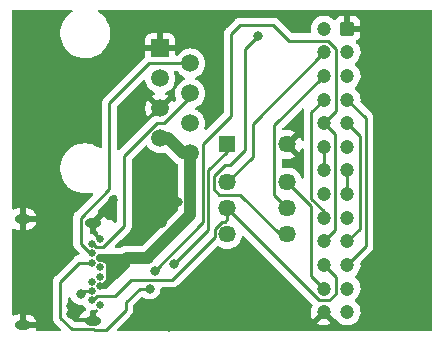
<source format=gbr>
%TF.GenerationSoftware,KiCad,Pcbnew,(6.0.5-0)*%
%TF.CreationDate,2022-06-12T16:17:49+02:00*%
%TF.ProjectId,Relay,52656c61-792e-46b6-9963-61645f706362,rev?*%
%TF.SameCoordinates,Original*%
%TF.FileFunction,Copper,L2,Bot*%
%TF.FilePolarity,Positive*%
%FSLAX46Y46*%
G04 Gerber Fmt 4.6, Leading zero omitted, Abs format (unit mm)*
G04 Created by KiCad (PCBNEW (6.0.5-0)) date 2022-06-12 16:17:49*
%MOMM*%
%LPD*%
G01*
G04 APERTURE LIST*
G04 Aperture macros list*
%AMRoundRect*
0 Rectangle with rounded corners*
0 $1 Rounding radius*
0 $2 $3 $4 $5 $6 $7 $8 $9 X,Y pos of 4 corners*
0 Add a 4 corners polygon primitive as box body*
4,1,4,$2,$3,$4,$5,$6,$7,$8,$9,$2,$3,0*
0 Add four circle primitives for the rounded corners*
1,1,$1+$1,$2,$3*
1,1,$1+$1,$4,$5*
1,1,$1+$1,$6,$7*
1,1,$1+$1,$8,$9*
0 Add four rect primitives between the rounded corners*
20,1,$1+$1,$2,$3,$4,$5,0*
20,1,$1+$1,$4,$5,$6,$7,0*
20,1,$1+$1,$6,$7,$8,$9,0*
20,1,$1+$1,$8,$9,$2,$3,0*%
G04 Aperture macros list end*
%TA.AperFunction,ComponentPad*%
%ADD10R,1.500000X1.500000*%
%TD*%
%TA.AperFunction,ComponentPad*%
%ADD11C,1.500000*%
%TD*%
%TA.AperFunction,ComponentPad*%
%ADD12RoundRect,0.250000X-0.350000X0.350000X-0.350000X-0.350000X0.350000X-0.350000X0.350000X0.350000X0*%
%TD*%
%TA.AperFunction,ComponentPad*%
%ADD13C,1.200000*%
%TD*%
%TA.AperFunction,ComponentPad*%
%ADD14C,0.650000*%
%TD*%
%TA.AperFunction,ComponentPad*%
%ADD15O,1.400000X0.800000*%
%TD*%
%TA.AperFunction,ComponentPad*%
%ADD16R,1.458000X1.458000*%
%TD*%
%TA.AperFunction,ComponentPad*%
%ADD17C,1.458000*%
%TD*%
%TA.AperFunction,ViaPad*%
%ADD18C,0.800000*%
%TD*%
%TA.AperFunction,Conductor*%
%ADD19C,0.250000*%
%TD*%
%TA.AperFunction,Conductor*%
%ADD20C,0.500000*%
%TD*%
%TA.AperFunction,Conductor*%
%ADD21C,1.000000*%
%TD*%
%TA.AperFunction,Conductor*%
%ADD22C,0.400000*%
%TD*%
%TA.AperFunction,Conductor*%
%ADD23C,0.650000*%
%TD*%
G04 APERTURE END LIST*
D10*
%TO.P,J3,1*%
%TO.N,GND*%
X160300000Y-56257500D03*
D11*
%TO.P,J3,2*%
%TO.N,CAN3_L*%
X162840000Y-57527500D03*
%TO.P,J3,3*%
%TO.N,Net-(J3-Pad3)*%
X160300000Y-58797500D03*
%TO.P,J3,4*%
%TO.N,CAN3_H*%
X162840000Y-60067500D03*
%TO.P,J3,5*%
%TO.N,GND*%
X160300000Y-61337500D03*
%TO.P,J3,6*%
%TO.N,Net-(J3-Pad6)*%
X162840000Y-62607500D03*
%TO.P,J3,7*%
%TO.N,+12V*%
X160300000Y-63877500D03*
%TO.P,J3,8*%
X162840000Y-65147500D03*
%TD*%
D12*
%TO.P,J1,1,Pin_1*%
%TO.N,GND*%
X176150000Y-54592500D03*
D13*
%TO.P,J1,2,Pin_2*%
%TO.N,IGN*%
X174150000Y-54592500D03*
%TO.P,J1,3,Pin_3*%
%TO.N,CAN0_H*%
X176150000Y-56592500D03*
%TO.P,J1,4,Pin_4*%
X174150000Y-56592500D03*
%TO.P,J1,5,Pin_5*%
%TO.N,Net-(J1-Pad5)*%
X176150000Y-58592500D03*
%TO.P,J1,6,Pin_6*%
%TO.N,CAN0_L*%
X174150000Y-58592500D03*
%TO.P,J1,7,Pin_7*%
%TO.N,Net-(J1-Pad21)*%
X176150000Y-60592500D03*
%TO.P,J1,8,Pin_8*%
%TO.N,CAN1_H*%
X174150000Y-60592500D03*
%TO.P,J1,9,Pin_9*%
%TO.N,Net-(J1-Pad19)*%
X176150000Y-62592500D03*
%TO.P,J1,10,Pin_10*%
%TO.N,CAN1_L*%
X174150000Y-62592500D03*
%TO.P,J1,11,Pin_11*%
%TO.N,Net-(J1-Pad11)*%
X176150000Y-64592500D03*
%TO.P,J1,12,Pin_12*%
%TO.N,+12V*%
X174150000Y-64592500D03*
%TO.P,J1,13,Pin_13*%
%TO.N,Net-(J1-Pad13)*%
X176150000Y-66592500D03*
%TO.P,J1,14,Pin_14*%
%TO.N,+12V*%
X174150000Y-66592500D03*
%TO.P,J1,15,Pin_15*%
%TO.N,Net-(J1-Pad13)*%
X176150000Y-68592500D03*
%TO.P,J1,16,Pin_16*%
%TO.N,IGN*%
X174150000Y-68592500D03*
%TO.P,J1,17,Pin_17*%
%TO.N,Net-(J1-Pad11)*%
X176150000Y-70592500D03*
%TO.P,J1,18,Pin_18*%
%TO.N,CAN1_H*%
X174150000Y-70592500D03*
%TO.P,J1,19,Pin_19*%
%TO.N,Net-(J1-Pad19)*%
X176150000Y-72592500D03*
%TO.P,J1,20,Pin_20*%
%TO.N,CAN1_L*%
X174150000Y-72592500D03*
%TO.P,J1,21,Pin_21*%
%TO.N,Net-(J1-Pad21)*%
X176150000Y-74592500D03*
%TO.P,J1,22,Pin_22*%
%TO.N,CAN2_H*%
X174150000Y-74592500D03*
%TO.P,J1,23,Pin_23*%
%TO.N,CAN2_L*%
X176150000Y-76592500D03*
%TO.P,J1,24,Pin_24*%
X174150000Y-76592500D03*
%TO.P,J1,25,Pin_25*%
%TO.N,Net-(J1-Pad25)*%
X176150000Y-78592500D03*
%TO.P,J1,26,Pin_26*%
%TO.N,GND*%
X174150000Y-78592500D03*
%TD*%
D14*
%TO.P,J2,B1,GND*%
%TO.N,GND*%
X155200000Y-78000000D03*
%TO.P,J2,B2,TX2+*%
%TO.N,CAN2_H*%
X154500000Y-77600000D03*
%TO.P,J2,B3,TX2-*%
%TO.N,CAN2_L*%
X154500000Y-76800000D03*
%TO.P,J2,B4,VBUS*%
%TO.N,+12V*%
X155200000Y-76400000D03*
%TO.P,J2,B5,CC2*%
%TO.N,unconnected-(J2-PadB5)*%
X154500000Y-76000000D03*
%TO.P,J2,B6,D+*%
%TO.N,unconnected-(J2-PadB6)*%
X155200000Y-75600000D03*
%TO.P,J2,B7,D-*%
%TO.N,unconnected-(J2-PadB7)*%
X155200000Y-74800000D03*
%TO.P,J2,B8,SBU2*%
%TO.N,SBU2*%
X154500000Y-74400000D03*
%TO.P,J2,B9,VBUS*%
%TO.N,+12V*%
X155200000Y-74000000D03*
%TO.P,J2,B10,RX1-*%
%TO.N,CAN3_L*%
X154500000Y-73600000D03*
%TO.P,J2,B11,RX1+*%
%TO.N,CAN3_H*%
X154500000Y-72800000D03*
%TO.P,J2,B12,GND*%
%TO.N,GND*%
X155200000Y-72400000D03*
D15*
%TO.P,J2,S1,SHIELD*%
X148650000Y-70710000D03*
X148650000Y-79690000D03*
X154600000Y-71070000D03*
X154600000Y-79330000D03*
%TD*%
D16*
%TO.P,K1,1*%
%TO.N,SBU1*%
X165974500Y-64390000D03*
D17*
%TO.P,K1,2*%
%TO.N,CAN0_H*%
X165974500Y-67590000D03*
%TO.P,K1,3*%
%TO.N,CAN2_H*%
X165974500Y-69790000D03*
%TO.P,K1,4*%
%TO.N,Relay_4*%
X165974500Y-71990000D03*
%TO.P,K1,5*%
%TO.N,Relay_5*%
X171054500Y-71990000D03*
%TO.P,K1,6*%
%TO.N,CAN0_L*%
X171054500Y-69790000D03*
%TO.P,K1,7*%
%TO.N,CAN2_L*%
X171054500Y-67590000D03*
%TO.P,K1,8*%
%TO.N,GND*%
X171054500Y-64390000D03*
%TD*%
D18*
%TO.N,SBU1*%
X161510000Y-74534500D03*
%TO.N,GND*%
X152790000Y-78740000D03*
X170390000Y-77750000D03*
X154340000Y-60820000D03*
X158090000Y-79120000D03*
X161790000Y-69260000D03*
X152760000Y-78030000D03*
X160420000Y-71020000D03*
X161020000Y-79850000D03*
X156290000Y-69110000D03*
X154340000Y-63000000D03*
X158700000Y-69560000D03*
X181075000Y-75550000D03*
X154340000Y-58640000D03*
X181075000Y-68958332D03*
X181075000Y-55775000D03*
X181075000Y-62366666D03*
X157300000Y-63310000D03*
X158050000Y-61270000D03*
%TO.N,CAN1_L*%
X159830000Y-75074500D03*
%TO.N,CAN2_L*%
X153570000Y-77040000D03*
%TO.N,SBU2*%
X159410000Y-76600000D03*
%TO.N,Relay_5*%
X168610000Y-55230000D03*
%TD*%
D19*
%TO.N,SBU1*%
X164389520Y-71610480D02*
X164389520Y-66590480D01*
X161510000Y-74534500D02*
X161510000Y-74490000D01*
X165974500Y-65005500D02*
X165974500Y-64390000D01*
X164389520Y-66590480D02*
X165974500Y-65005500D01*
X161510000Y-74490000D02*
X164389520Y-71610480D01*
%TO.N,GND*%
X158920960Y-79880000D02*
X158690480Y-79649520D01*
D20*
X156290000Y-69110000D02*
X156290000Y-69380000D01*
D19*
X155249520Y-77950480D02*
X155200000Y-78000000D01*
X159260000Y-79880000D02*
X158980000Y-79600000D01*
X154600000Y-71800000D02*
X154600000Y-71070000D01*
X155200000Y-72400000D02*
X154600000Y-71800000D01*
X148720000Y-79620000D02*
X148650000Y-79690000D01*
X159260000Y-79880000D02*
X158920960Y-79880000D01*
X158980000Y-79600000D02*
X158280000Y-79600000D01*
D20*
X156290000Y-69380000D02*
X154600000Y-71070000D01*
D19*
%TO.N,CAN0_H*%
X168120100Y-62622400D02*
X168120100Y-65444400D01*
X168120100Y-65444400D02*
X165974500Y-67590000D01*
X174150000Y-56592500D02*
X168120100Y-62622400D01*
%TO.N,CAN0_L*%
X171054500Y-69790000D02*
X169963400Y-68698900D01*
X169963400Y-68698900D02*
X169963400Y-62779100D01*
X169963400Y-62779100D02*
X174150000Y-58592500D01*
%TO.N,Net-(J1-Pad21)*%
X177710000Y-73032500D02*
X177710000Y-62152500D01*
X177710000Y-62152500D02*
X176150000Y-60592500D01*
X176150000Y-74592500D02*
X177710000Y-73032500D01*
%TO.N,CAN1_H*%
X173110000Y-69008600D02*
X173110000Y-61632500D01*
X174150000Y-70048600D02*
X173110000Y-69008600D01*
X174150000Y-70592500D02*
X174150000Y-70048600D01*
X173110000Y-61632500D02*
X174150000Y-60592500D01*
%TO.N,Net-(J1-Pad19)*%
X176150000Y-72592500D02*
X177230000Y-71512500D01*
X177230000Y-63672500D02*
X176150000Y-62592500D01*
X177230000Y-71512500D02*
X177230000Y-63672500D01*
%TO.N,CAN1_L*%
X175210000Y-61532500D02*
X174150000Y-62592500D01*
X166310000Y-61947478D02*
X166310000Y-55068700D01*
X169890000Y-54290000D02*
X171192500Y-55592500D01*
X163940000Y-70960000D02*
X163940000Y-64317478D01*
X163940000Y-64317478D02*
X166310000Y-61947478D01*
X166310000Y-55068700D02*
X167088700Y-54290000D01*
X159830000Y-75070000D02*
X163940000Y-70960000D01*
X174473300Y-55592500D02*
X175210000Y-56329200D01*
X171192500Y-55592500D02*
X174473300Y-55592500D01*
X174150000Y-72592500D02*
X175099900Y-71642600D01*
X175099900Y-63542400D02*
X174150000Y-62592500D01*
X159830000Y-75074500D02*
X159830000Y-75070000D01*
X175099900Y-71642600D02*
X175099900Y-63542400D01*
X175210000Y-56329200D02*
X175210000Y-61532500D01*
X167088700Y-54290000D02*
X169890000Y-54290000D01*
%TO.N,+12V*%
X155306300Y-73893700D02*
X155200000Y-74000000D01*
D20*
X157450000Y-74000000D02*
X157440000Y-73990000D01*
D21*
X162207500Y-65147500D02*
X162840000Y-65147500D01*
D22*
X155659619Y-76400000D02*
X157460000Y-74599619D01*
D20*
X159350824Y-73872969D02*
X159233793Y-73990000D01*
X155210000Y-73990000D02*
X155200000Y-74000000D01*
D19*
X157460000Y-73990000D02*
X157450000Y-74000000D01*
D21*
X160300000Y-63877500D02*
X160937500Y-63877500D01*
D19*
X174150000Y-64592500D02*
X174150000Y-66592500D01*
D21*
X160937500Y-63877500D02*
X162207500Y-65147500D01*
X162840000Y-70397506D02*
X159364537Y-73872969D01*
D22*
X155200000Y-76400000D02*
X155659619Y-76400000D01*
D21*
X159233793Y-73990000D02*
X157460000Y-73990000D01*
D20*
X159364537Y-73872969D02*
X159350824Y-73872969D01*
D22*
X155306300Y-73893700D02*
X155855200Y-74442600D01*
D23*
X157440000Y-73990000D02*
X155210000Y-73990000D01*
D19*
X155339600Y-76400000D02*
X155200000Y-76400000D01*
D21*
X162840000Y-65147500D02*
X162840000Y-70397506D01*
D22*
X155855200Y-74442600D02*
X155855200Y-75884400D01*
X155855200Y-75884400D02*
X155339600Y-76400000D01*
X157460000Y-74599619D02*
X157460000Y-73990000D01*
D19*
%TO.N,Net-(J1-Pad13)*%
X176150000Y-68592500D02*
X176150000Y-66592500D01*
%TO.N,CAN2_L*%
X153570000Y-77040000D02*
X153810000Y-76800000D01*
X173075400Y-75517900D02*
X174150000Y-76592500D01*
X173075400Y-69610900D02*
X173075400Y-75517900D01*
X153810000Y-76800000D02*
X154500000Y-76800000D01*
X171054500Y-67590000D02*
X173075400Y-69610900D01*
%TO.N,SBU2*%
X151850000Y-79070000D02*
X151850000Y-76000000D01*
X151850000Y-76000000D02*
X153450000Y-74400000D01*
X154733322Y-80099040D02*
X154688802Y-80054520D01*
X159410000Y-76600000D02*
X158550000Y-76600000D01*
X158550000Y-76600000D02*
X157382859Y-77767141D01*
X157382859Y-78406411D02*
X155690230Y-80099040D01*
X154688802Y-80054520D02*
X152834520Y-80054520D01*
X155690230Y-80099040D02*
X154733322Y-80099040D01*
X153450000Y-74400000D02*
X154500000Y-74400000D01*
X157382859Y-77767141D02*
X157382859Y-78406411D01*
X152834520Y-80054520D02*
X151850000Y-79070000D01*
%TO.N,CAN3_L*%
X156001200Y-60908800D02*
X156001200Y-68159200D01*
X159382500Y-57527500D02*
X156001200Y-60908800D01*
X154380100Y-73600000D02*
X154500000Y-73600000D01*
X162840000Y-57527500D02*
X159382500Y-57527500D01*
X153570400Y-72790300D02*
X154380100Y-73600000D01*
X153570400Y-70590000D02*
X153570400Y-72790300D01*
X156001200Y-68159200D02*
X153570400Y-70590000D01*
%TO.N,CAN3_H*%
X155487500Y-73054000D02*
X154872548Y-73054000D01*
X157248900Y-65364200D02*
X157248900Y-71292600D01*
X157248900Y-71292600D02*
X155487500Y-73054000D01*
X154618548Y-72800000D02*
X154500000Y-72800000D01*
X154872548Y-73054000D02*
X154618548Y-72800000D01*
X162840000Y-60380600D02*
X160613100Y-62607500D01*
X160613100Y-62607500D02*
X160005600Y-62607500D01*
X160005600Y-62607500D02*
X157248900Y-65364200D01*
X162840000Y-60067500D02*
X162840000Y-60380600D01*
%TO.N,CAN2_H*%
X154618548Y-77600000D02*
X154978548Y-77240000D01*
X154500000Y-77600000D02*
X154618548Y-77600000D01*
X154978548Y-77240000D02*
X156450000Y-77240000D01*
X165538120Y-70936489D02*
X165783511Y-70936489D01*
X164920989Y-72269011D02*
X164920989Y-71553620D01*
X173740000Y-77580000D02*
X165974500Y-69814500D01*
X175150000Y-77060000D02*
X174630000Y-77580000D01*
X156450000Y-77240000D02*
X157820000Y-75870000D01*
X174150000Y-74592500D02*
X175150000Y-75592500D01*
X157820000Y-75870000D02*
X161320000Y-75870000D01*
X174630000Y-77580000D02*
X173740000Y-77580000D01*
X161320000Y-75870000D02*
X164920989Y-72269011D01*
X164920989Y-71553620D02*
X165538120Y-70936489D01*
X165974500Y-70745500D02*
X165974500Y-69790000D01*
X165783511Y-70936489D02*
X165974500Y-70745500D01*
X165974500Y-69814500D02*
X165974500Y-69790000D01*
X175150000Y-75592500D02*
X175150000Y-77060000D01*
%TO.N,Relay_5*%
X167508600Y-56331400D02*
X167508600Y-64851400D01*
X167083511Y-68643511D02*
X170430000Y-71990000D01*
X164839040Y-68206736D02*
X165275815Y-68643511D01*
X166220000Y-66140000D02*
X165770000Y-66140000D01*
X164839040Y-67070960D02*
X164839040Y-68206736D01*
X165275815Y-68643511D02*
X167083511Y-68643511D01*
X168610000Y-55230000D02*
X167508600Y-56331400D01*
X165770000Y-66140000D02*
X164839040Y-67070960D01*
X167508600Y-64851400D02*
X166220000Y-66140000D01*
X170430000Y-71990000D02*
X171054500Y-71990000D01*
%TD*%
%TA.AperFunction,Conductor*%
%TO.N,GND*%
G36*
X152825479Y-52988502D02*
G01*
X152871972Y-53042158D01*
X152882076Y-53112432D01*
X152852582Y-53177012D01*
X152829811Y-53197585D01*
X152619977Y-53345059D01*
X152604892Y-53359077D01*
X152426236Y-53525095D01*
X152409378Y-53540760D01*
X152227287Y-53763232D01*
X152077073Y-54008358D01*
X151961517Y-54271602D01*
X151960342Y-54275729D01*
X151960341Y-54275730D01*
X151942461Y-54338500D01*
X151882756Y-54548094D01*
X151853888Y-54750932D01*
X151848373Y-54789689D01*
X151842249Y-54832716D01*
X151842227Y-54837005D01*
X151842226Y-54837012D01*
X151841044Y-55062670D01*
X151840743Y-55120203D01*
X151841302Y-55124447D01*
X151841302Y-55124451D01*
X151851945Y-55205292D01*
X151878268Y-55405234D01*
X151954129Y-55682536D01*
X151955813Y-55686484D01*
X152051847Y-55911630D01*
X152066923Y-55946976D01*
X152126282Y-56046158D01*
X152211393Y-56188367D01*
X152214561Y-56193661D01*
X152394313Y-56418028D01*
X152507089Y-56525048D01*
X152574275Y-56588805D01*
X152602851Y-56615923D01*
X152836317Y-56783686D01*
X152840112Y-56785695D01*
X152840113Y-56785696D01*
X152858278Y-56795314D01*
X153090392Y-56918212D01*
X153114699Y-56927107D01*
X153306852Y-56997425D01*
X153360373Y-57017011D01*
X153641264Y-57078255D01*
X153669841Y-57080504D01*
X153864282Y-57095807D01*
X153864291Y-57095807D01*
X153866739Y-57096000D01*
X154022271Y-57096000D01*
X154024407Y-57095854D01*
X154024418Y-57095854D01*
X154232548Y-57081665D01*
X154232554Y-57081664D01*
X154236825Y-57081373D01*
X154241020Y-57080504D01*
X154241022Y-57080504D01*
X154437444Y-57039827D01*
X154518342Y-57023074D01*
X154789343Y-56927107D01*
X154878215Y-56881237D01*
X155041005Y-56797215D01*
X155041006Y-56797215D01*
X155044812Y-56795250D01*
X155048313Y-56792789D01*
X155048317Y-56792787D01*
X155163884Y-56711565D01*
X155280023Y-56629941D01*
X155358956Y-56556592D01*
X155487479Y-56437161D01*
X155487481Y-56437158D01*
X155490622Y-56434240D01*
X155672713Y-56211768D01*
X155811441Y-55985385D01*
X159042000Y-55985385D01*
X159046475Y-56000624D01*
X159047865Y-56001829D01*
X159055548Y-56003500D01*
X160027885Y-56003500D01*
X160043124Y-55999025D01*
X160044329Y-55997635D01*
X160046000Y-55989952D01*
X160046000Y-55985385D01*
X160554000Y-55985385D01*
X160558475Y-56000624D01*
X160559865Y-56001829D01*
X160567548Y-56003500D01*
X161539884Y-56003500D01*
X161555123Y-55999025D01*
X161556328Y-55997635D01*
X161557999Y-55989952D01*
X161557999Y-55462831D01*
X161557629Y-55456010D01*
X161552105Y-55405148D01*
X161548479Y-55389896D01*
X161503324Y-55269446D01*
X161494786Y-55253851D01*
X161418285Y-55151776D01*
X161405724Y-55139215D01*
X161303649Y-55062714D01*
X161288054Y-55054176D01*
X161167606Y-55009022D01*
X161152351Y-55005395D01*
X161101486Y-54999869D01*
X161094672Y-54999500D01*
X160572115Y-54999500D01*
X160556876Y-55003975D01*
X160555671Y-55005365D01*
X160554000Y-55013048D01*
X160554000Y-55985385D01*
X160046000Y-55985385D01*
X160046000Y-55017616D01*
X160041525Y-55002377D01*
X160040135Y-55001172D01*
X160032452Y-54999501D01*
X159505331Y-54999501D01*
X159498510Y-54999871D01*
X159447648Y-55005395D01*
X159432396Y-55009021D01*
X159311946Y-55054176D01*
X159296351Y-55062714D01*
X159194276Y-55139215D01*
X159181715Y-55151776D01*
X159105214Y-55253851D01*
X159096676Y-55269446D01*
X159051522Y-55389894D01*
X159047895Y-55405149D01*
X159042369Y-55456014D01*
X159042000Y-55462828D01*
X159042000Y-55985385D01*
X155811441Y-55985385D01*
X155822927Y-55966642D01*
X155938483Y-55703398D01*
X156017244Y-55426906D01*
X156057751Y-55142284D01*
X156057842Y-55125048D01*
X156059235Y-54859083D01*
X156059235Y-54859076D01*
X156059257Y-54854797D01*
X156058544Y-54849376D01*
X156029556Y-54629193D01*
X156021732Y-54569766D01*
X155945871Y-54292464D01*
X155833077Y-54028024D01*
X155725090Y-53847591D01*
X155687643Y-53785021D01*
X155687640Y-53785017D01*
X155685439Y-53781339D01*
X155505687Y-53556972D01*
X155297149Y-53359077D01*
X155071348Y-53196822D01*
X155027700Y-53140828D01*
X155021254Y-53070124D01*
X155054057Y-53007160D01*
X155115693Y-52971926D01*
X155144874Y-52968500D01*
X183195500Y-52968500D01*
X183263621Y-52988502D01*
X183310114Y-53042158D01*
X183321500Y-53094500D01*
X183321500Y-80095500D01*
X183301498Y-80163621D01*
X183247842Y-80210114D01*
X183195500Y-80221500D01*
X156767864Y-80221500D01*
X156699743Y-80201498D01*
X156653250Y-80147842D01*
X156643146Y-80077568D01*
X156672640Y-80012988D01*
X156678769Y-80006405D01*
X157138892Y-79546283D01*
X157151381Y-79533794D01*
X173573066Y-79533794D01*
X173582948Y-79546283D01*
X173614239Y-79567191D01*
X173624349Y-79572681D01*
X173800835Y-79648505D01*
X173811778Y-79652060D01*
X173999120Y-79694452D01*
X174010530Y-79695954D01*
X174202469Y-79703495D01*
X174213951Y-79702893D01*
X174404045Y-79675332D01*
X174415240Y-79672644D01*
X174597131Y-79610900D01*
X174607628Y-79606226D01*
X174718032Y-79544398D01*
X174727895Y-79534321D01*
X174724940Y-79526651D01*
X174162811Y-78964521D01*
X174148868Y-78956908D01*
X174147034Y-78957039D01*
X174140420Y-78961290D01*
X173579259Y-79522452D01*
X173573066Y-79533794D01*
X157151381Y-79533794D01*
X157775112Y-78910063D01*
X157783398Y-78902523D01*
X157789877Y-78898411D01*
X157836503Y-78848759D01*
X157839257Y-78845918D01*
X157858994Y-78826181D01*
X157861474Y-78822984D01*
X157869179Y-78813962D01*
X157894018Y-78787511D01*
X157899445Y-78781732D01*
X157903264Y-78774786D01*
X157903266Y-78774783D01*
X157909207Y-78763977D01*
X157920058Y-78747458D01*
X157927617Y-78737712D01*
X157932473Y-78731452D01*
X157935618Y-78724183D01*
X157935621Y-78724179D01*
X157950033Y-78690874D01*
X157955250Y-78680224D01*
X157976554Y-78641471D01*
X157981592Y-78621848D01*
X157987996Y-78603145D01*
X157992892Y-78591831D01*
X157992892Y-78591830D01*
X157996040Y-78584556D01*
X157997279Y-78576733D01*
X157997282Y-78576723D01*
X158002958Y-78540887D01*
X158005364Y-78529267D01*
X158014387Y-78494122D01*
X158014387Y-78494121D01*
X158016359Y-78486441D01*
X158016359Y-78466187D01*
X158017910Y-78446476D01*
X158019839Y-78434297D01*
X158021079Y-78426468D01*
X158016918Y-78382449D01*
X158016359Y-78370592D01*
X158016359Y-78081735D01*
X158036361Y-78013614D01*
X158053264Y-77992640D01*
X158704287Y-77341617D01*
X158766599Y-77307591D01*
X158837414Y-77312656D01*
X158867436Y-77328772D01*
X158953248Y-77391118D01*
X158959276Y-77393802D01*
X158959278Y-77393803D01*
X159044161Y-77431595D01*
X159127712Y-77468794D01*
X159221112Y-77488647D01*
X159308056Y-77507128D01*
X159308061Y-77507128D01*
X159314513Y-77508500D01*
X159505487Y-77508500D01*
X159511939Y-77507128D01*
X159511944Y-77507128D01*
X159598888Y-77488647D01*
X159692288Y-77468794D01*
X159775839Y-77431595D01*
X159860722Y-77393803D01*
X159860724Y-77393802D01*
X159866752Y-77391118D01*
X160021253Y-77278866D01*
X160149040Y-77136944D01*
X160244527Y-76971556D01*
X160303542Y-76789928D01*
X160306533Y-76761477D01*
X160321788Y-76616329D01*
X160348801Y-76550673D01*
X160407023Y-76510043D01*
X160447098Y-76503500D01*
X161241233Y-76503500D01*
X161252416Y-76504027D01*
X161259909Y-76505702D01*
X161267835Y-76505453D01*
X161267836Y-76505453D01*
X161327986Y-76503562D01*
X161331945Y-76503500D01*
X161359856Y-76503500D01*
X161363791Y-76503003D01*
X161363856Y-76502995D01*
X161375693Y-76502062D01*
X161407951Y-76501048D01*
X161411970Y-76500922D01*
X161419889Y-76500673D01*
X161439343Y-76495021D01*
X161458700Y-76491013D01*
X161470930Y-76489468D01*
X161470931Y-76489468D01*
X161478797Y-76488474D01*
X161486168Y-76485555D01*
X161486170Y-76485555D01*
X161519912Y-76472196D01*
X161531142Y-76468351D01*
X161565983Y-76458229D01*
X161565984Y-76458229D01*
X161573593Y-76456018D01*
X161580412Y-76451985D01*
X161580417Y-76451983D01*
X161591028Y-76445707D01*
X161608776Y-76437012D01*
X161627617Y-76429552D01*
X161663387Y-76403564D01*
X161673307Y-76397048D01*
X161704535Y-76378580D01*
X161704538Y-76378578D01*
X161711362Y-76374542D01*
X161725683Y-76360221D01*
X161740717Y-76347380D01*
X161750694Y-76340131D01*
X161757107Y-76335472D01*
X161785298Y-76301395D01*
X161793288Y-76292616D01*
X165082602Y-73003303D01*
X165144914Y-72969277D01*
X165215730Y-72974342D01*
X165243967Y-72989185D01*
X165348872Y-73062640D01*
X165348877Y-73062643D01*
X165353386Y-73065800D01*
X165358368Y-73068123D01*
X165358373Y-73068126D01*
X165544651Y-73154989D01*
X165549633Y-73157312D01*
X165554941Y-73158734D01*
X165554943Y-73158735D01*
X165753475Y-73211931D01*
X165753477Y-73211931D01*
X165758790Y-73213355D01*
X165974500Y-73232227D01*
X166190210Y-73213355D01*
X166195523Y-73211931D01*
X166195525Y-73211931D01*
X166394057Y-73158735D01*
X166394059Y-73158734D01*
X166399367Y-73157312D01*
X166404349Y-73154989D01*
X166590627Y-73068126D01*
X166590632Y-73068123D01*
X166595614Y-73065800D01*
X166762283Y-72949097D01*
X166768477Y-72944760D01*
X166768480Y-72944758D01*
X166772988Y-72941601D01*
X166926101Y-72788488D01*
X166966909Y-72730209D01*
X167047143Y-72615622D01*
X167047144Y-72615620D01*
X167050300Y-72611113D01*
X167141812Y-72414867D01*
X167149751Y-72385240D01*
X167197855Y-72205710D01*
X167199335Y-72206106D01*
X167227696Y-72148870D01*
X167288607Y-72112396D01*
X167359568Y-72114643D01*
X167409356Y-72145260D01*
X173162790Y-77898694D01*
X173196816Y-77961006D01*
X173191751Y-78031821D01*
X173185203Y-78046456D01*
X173124651Y-78161547D01*
X173120240Y-78172195D01*
X173063281Y-78355632D01*
X173060891Y-78366876D01*
X173038313Y-78557637D01*
X173038012Y-78569138D01*
X173050575Y-78760804D01*
X173052376Y-78772174D01*
X173099657Y-78958343D01*
X173103498Y-78969190D01*
X173183916Y-79143630D01*
X173189664Y-79153586D01*
X173195788Y-79162251D01*
X173206377Y-79170640D01*
X173219676Y-79163613D01*
X174060905Y-78322385D01*
X174123217Y-78288360D01*
X174194033Y-78293425D01*
X174239095Y-78322385D01*
X175080239Y-79163528D01*
X175094176Y-79171139D01*
X175125419Y-79168904D01*
X175194793Y-79183995D01*
X175237305Y-79221863D01*
X175303479Y-79315497D01*
X175307613Y-79319524D01*
X175427179Y-79436000D01*
X175449410Y-79457657D01*
X175454206Y-79460862D01*
X175454209Y-79460864D01*
X175565608Y-79535298D01*
X175618803Y-79570842D01*
X175624106Y-79573120D01*
X175624109Y-79573122D01*
X175800680Y-79648983D01*
X175805987Y-79651263D01*
X175878817Y-79667743D01*
X175999055Y-79694950D01*
X175999060Y-79694951D01*
X176004692Y-79696225D01*
X176010463Y-79696452D01*
X176010465Y-79696452D01*
X176073470Y-79698927D01*
X176208263Y-79704223D01*
X176409883Y-79674990D01*
X176415347Y-79673135D01*
X176415352Y-79673134D01*
X176597327Y-79611362D01*
X176597332Y-79611360D01*
X176602799Y-79609504D01*
X176608653Y-79606226D01*
X176735303Y-79535298D01*
X176780551Y-79509958D01*
X176937186Y-79379686D01*
X177067458Y-79223051D01*
X177157398Y-79062452D01*
X177164180Y-79050342D01*
X177164181Y-79050340D01*
X177167004Y-79045299D01*
X177168860Y-79039832D01*
X177168862Y-79039827D01*
X177230634Y-78857852D01*
X177230635Y-78857847D01*
X177232490Y-78852383D01*
X177261723Y-78650763D01*
X177263249Y-78592500D01*
X177251643Y-78466187D01*
X177245137Y-78395380D01*
X177245136Y-78395377D01*
X177244608Y-78389626D01*
X177235021Y-78355632D01*
X177190875Y-78199106D01*
X177190874Y-78199104D01*
X177189307Y-78193547D01*
X177182632Y-78180010D01*
X177101756Y-78016010D01*
X177099201Y-78010829D01*
X177081421Y-77987018D01*
X176980758Y-77852215D01*
X176980758Y-77852214D01*
X176977305Y-77847591D01*
X176842252Y-77722749D01*
X176831943Y-77713219D01*
X176831940Y-77713217D01*
X176827703Y-77709300D01*
X176822822Y-77706220D01*
X176822819Y-77706218D01*
X176811272Y-77698933D01*
X176764334Y-77645667D01*
X176753644Y-77575480D01*
X176782598Y-77510655D01*
X176797938Y-77495497D01*
X176828396Y-77470166D01*
X176937186Y-77379686D01*
X177067458Y-77223051D01*
X177167004Y-77045299D01*
X177168860Y-77039832D01*
X177168862Y-77039827D01*
X177230634Y-76857852D01*
X177230635Y-76857847D01*
X177232490Y-76852383D01*
X177261723Y-76650763D01*
X177263249Y-76592500D01*
X177249297Y-76440659D01*
X177245137Y-76395380D01*
X177245136Y-76395377D01*
X177244608Y-76389626D01*
X177227613Y-76329366D01*
X177190875Y-76199106D01*
X177190874Y-76199104D01*
X177189307Y-76193547D01*
X177177614Y-76169834D01*
X177101756Y-76016010D01*
X177099201Y-76010829D01*
X177025618Y-75912289D01*
X176980758Y-75852215D01*
X176980758Y-75852214D01*
X176977305Y-75847591D01*
X176840348Y-75720989D01*
X176831943Y-75713219D01*
X176831940Y-75713217D01*
X176827703Y-75709300D01*
X176822822Y-75706220D01*
X176822819Y-75706218D01*
X176811272Y-75698933D01*
X176764334Y-75645667D01*
X176753644Y-75575480D01*
X176782598Y-75510655D01*
X176797938Y-75495497D01*
X176932748Y-75383377D01*
X176937186Y-75379686D01*
X177067458Y-75223051D01*
X177167004Y-75045299D01*
X177168860Y-75039832D01*
X177168862Y-75039827D01*
X177230634Y-74857852D01*
X177230635Y-74857847D01*
X177232490Y-74852383D01*
X177261723Y-74650763D01*
X177263249Y-74592500D01*
X177258369Y-74539394D01*
X177250366Y-74452285D01*
X177264051Y-74382620D01*
X177286742Y-74351662D01*
X178102247Y-73536157D01*
X178110537Y-73528613D01*
X178117018Y-73524500D01*
X178163659Y-73474832D01*
X178166413Y-73471991D01*
X178186134Y-73452270D01*
X178188612Y-73449075D01*
X178196318Y-73440053D01*
X178221158Y-73413601D01*
X178226586Y-73407821D01*
X178236346Y-73390068D01*
X178247199Y-73373545D01*
X178254753Y-73363806D01*
X178259613Y-73357541D01*
X178277176Y-73316957D01*
X178282383Y-73306327D01*
X178303695Y-73267560D01*
X178305666Y-73259883D01*
X178305668Y-73259878D01*
X178308732Y-73247942D01*
X178315138Y-73229230D01*
X178320033Y-73217919D01*
X178323181Y-73210645D01*
X178324421Y-73202817D01*
X178324423Y-73202810D01*
X178330099Y-73166976D01*
X178332505Y-73155356D01*
X178341528Y-73120211D01*
X178341528Y-73120210D01*
X178343500Y-73112530D01*
X178343500Y-73092276D01*
X178345051Y-73072565D01*
X178346123Y-73065800D01*
X178348220Y-73052557D01*
X178344059Y-73008538D01*
X178343500Y-72996681D01*
X178343500Y-62231267D01*
X178344027Y-62220084D01*
X178345702Y-62212591D01*
X178343562Y-62144514D01*
X178343500Y-62140555D01*
X178343500Y-62112644D01*
X178342995Y-62108644D01*
X178342062Y-62096801D01*
X178340922Y-62060529D01*
X178340673Y-62052610D01*
X178335022Y-62033158D01*
X178331014Y-62013806D01*
X178329467Y-62001563D01*
X178328474Y-61993703D01*
X178325556Y-61986332D01*
X178312200Y-61952597D01*
X178308355Y-61941370D01*
X178307113Y-61937096D01*
X178296018Y-61898907D01*
X178291984Y-61892085D01*
X178291981Y-61892079D01*
X178285706Y-61881468D01*
X178277010Y-61863718D01*
X178272472Y-61852256D01*
X178272469Y-61852251D01*
X178269552Y-61844883D01*
X178243573Y-61809125D01*
X178237057Y-61799207D01*
X178218575Y-61767957D01*
X178214542Y-61761137D01*
X178200218Y-61746813D01*
X178187376Y-61731778D01*
X178175472Y-61715393D01*
X178141406Y-61687211D01*
X178132627Y-61679222D01*
X177286436Y-60833031D01*
X177252410Y-60770719D01*
X177250835Y-60725856D01*
X177252835Y-60712066D01*
X177261723Y-60650763D01*
X177263249Y-60592500D01*
X177247105Y-60416800D01*
X177245137Y-60395380D01*
X177245136Y-60395377D01*
X177244608Y-60389626D01*
X177214083Y-60281394D01*
X177190875Y-60199106D01*
X177190874Y-60199104D01*
X177189307Y-60193547D01*
X177183599Y-60181971D01*
X177101756Y-60016010D01*
X177099201Y-60010829D01*
X177091487Y-60000498D01*
X176980758Y-59852215D01*
X176980758Y-59852214D01*
X176977305Y-59847591D01*
X176827703Y-59709300D01*
X176822822Y-59706220D01*
X176822819Y-59706218D01*
X176811272Y-59698933D01*
X176764334Y-59645667D01*
X176753644Y-59575480D01*
X176782598Y-59510655D01*
X176797938Y-59495497D01*
X176863664Y-59440834D01*
X176937186Y-59379686D01*
X177067458Y-59223051D01*
X177167004Y-59045299D01*
X177168860Y-59039832D01*
X177168862Y-59039827D01*
X177230634Y-58857852D01*
X177230635Y-58857847D01*
X177232490Y-58852383D01*
X177261723Y-58650763D01*
X177263249Y-58592500D01*
X177244608Y-58389626D01*
X177230683Y-58340251D01*
X177190875Y-58199106D01*
X177190874Y-58199104D01*
X177189307Y-58193547D01*
X177174570Y-58163662D01*
X177101756Y-58016010D01*
X177099201Y-58010829D01*
X177060929Y-57959576D01*
X176980758Y-57852215D01*
X176980758Y-57852214D01*
X176977305Y-57847591D01*
X176827703Y-57709300D01*
X176822822Y-57706220D01*
X176822819Y-57706218D01*
X176811272Y-57698933D01*
X176764334Y-57645667D01*
X176753644Y-57575480D01*
X176782598Y-57510655D01*
X176797938Y-57495497D01*
X176932748Y-57383377D01*
X176937186Y-57379686D01*
X177067458Y-57223051D01*
X177167004Y-57045299D01*
X177168860Y-57039832D01*
X177168862Y-57039827D01*
X177230634Y-56857852D01*
X177230635Y-56857847D01*
X177232490Y-56852383D01*
X177261723Y-56650763D01*
X177263249Y-56592500D01*
X177248421Y-56431119D01*
X177245137Y-56395380D01*
X177245136Y-56395377D01*
X177244608Y-56389626D01*
X177215046Y-56284808D01*
X177190875Y-56199106D01*
X177190874Y-56199104D01*
X177189307Y-56193547D01*
X177186655Y-56188168D01*
X177101756Y-56016010D01*
X177099201Y-56010829D01*
X177092481Y-56001829D01*
X176980758Y-55852215D01*
X176980758Y-55852214D01*
X176977305Y-55847591D01*
X176898729Y-55774956D01*
X176862284Y-55714027D01*
X176864565Y-55643067D01*
X176904847Y-55584605D01*
X176917954Y-55575287D01*
X176967810Y-55544434D01*
X176979208Y-55535401D01*
X177093739Y-55420671D01*
X177102751Y-55409260D01*
X177187816Y-55271257D01*
X177193963Y-55258076D01*
X177245138Y-55103790D01*
X177248005Y-55090414D01*
X177257672Y-54996062D01*
X177258000Y-54989646D01*
X177258000Y-54864615D01*
X177253525Y-54849376D01*
X177252135Y-54848171D01*
X177244452Y-54846500D01*
X176022000Y-54846500D01*
X175953879Y-54826498D01*
X175907386Y-54772842D01*
X175896000Y-54720500D01*
X175896000Y-54320385D01*
X176404000Y-54320385D01*
X176408475Y-54335624D01*
X176409865Y-54336829D01*
X176417548Y-54338500D01*
X177239884Y-54338500D01*
X177255123Y-54334025D01*
X177256328Y-54332635D01*
X177257999Y-54324952D01*
X177257999Y-54195405D01*
X177257662Y-54188886D01*
X177247743Y-54093294D01*
X177244851Y-54079900D01*
X177193412Y-53925716D01*
X177187239Y-53912538D01*
X177101937Y-53774693D01*
X177092901Y-53763292D01*
X176978171Y-53648761D01*
X176966760Y-53639749D01*
X176828757Y-53554684D01*
X176815576Y-53548537D01*
X176661290Y-53497362D01*
X176647914Y-53494495D01*
X176553562Y-53484828D01*
X176547145Y-53484500D01*
X176422115Y-53484500D01*
X176406876Y-53488975D01*
X176405671Y-53490365D01*
X176404000Y-53498048D01*
X176404000Y-54320385D01*
X175896000Y-54320385D01*
X175896000Y-53502616D01*
X175891525Y-53487377D01*
X175890135Y-53486172D01*
X175882452Y-53484501D01*
X175752905Y-53484501D01*
X175746386Y-53484838D01*
X175650794Y-53494757D01*
X175637400Y-53497649D01*
X175483216Y-53549088D01*
X175470038Y-53555261D01*
X175332193Y-53640563D01*
X175320792Y-53649599D01*
X175206261Y-53764329D01*
X175197249Y-53775740D01*
X175169549Y-53820678D01*
X175116777Y-53868171D01*
X175046705Y-53879595D01*
X174976760Y-53847087D01*
X174831943Y-53713219D01*
X174831940Y-53713217D01*
X174827703Y-53709300D01*
X174763788Y-53668973D01*
X174660288Y-53603669D01*
X174660283Y-53603667D01*
X174655404Y-53600588D01*
X174513764Y-53544079D01*
X174471549Y-53527237D01*
X174466180Y-53525095D01*
X174284595Y-53488975D01*
X174272032Y-53486476D01*
X174272031Y-53486476D01*
X174266366Y-53485349D01*
X174260592Y-53485273D01*
X174260588Y-53485273D01*
X174157452Y-53483924D01*
X174062655Y-53482683D01*
X174056958Y-53483662D01*
X174056957Y-53483662D01*
X173946651Y-53502616D01*
X173861870Y-53517184D01*
X173670734Y-53587698D01*
X173665773Y-53590650D01*
X173665772Y-53590650D01*
X173520936Y-53676819D01*
X173495649Y-53691863D01*
X173342478Y-53826190D01*
X173338911Y-53830715D01*
X173338906Y-53830720D01*
X173264018Y-53925716D01*
X173216351Y-53986181D01*
X173121492Y-54166478D01*
X173061078Y-54361043D01*
X173037132Y-54563359D01*
X173050457Y-54766651D01*
X173059431Y-54801986D01*
X173056813Y-54872932D01*
X173016253Y-54931202D01*
X172950629Y-54958294D01*
X172937308Y-54959000D01*
X171507095Y-54959000D01*
X171438974Y-54938998D01*
X171418000Y-54922095D01*
X170393652Y-53897747D01*
X170386112Y-53889461D01*
X170382000Y-53882982D01*
X170332348Y-53836356D01*
X170329507Y-53833602D01*
X170309770Y-53813865D01*
X170306573Y-53811385D01*
X170297551Y-53803680D01*
X170284122Y-53791069D01*
X170265321Y-53773414D01*
X170258375Y-53769595D01*
X170258372Y-53769593D01*
X170247566Y-53763652D01*
X170231047Y-53752801D01*
X170230583Y-53752441D01*
X170215041Y-53740386D01*
X170207772Y-53737241D01*
X170207768Y-53737238D01*
X170174463Y-53722826D01*
X170163813Y-53717609D01*
X170125060Y-53696305D01*
X170105437Y-53691267D01*
X170086734Y-53684863D01*
X170075420Y-53679967D01*
X170075419Y-53679967D01*
X170068145Y-53676819D01*
X170060322Y-53675580D01*
X170060312Y-53675577D01*
X170024476Y-53669901D01*
X170012856Y-53667495D01*
X169977711Y-53658472D01*
X169977710Y-53658472D01*
X169970030Y-53656500D01*
X169949776Y-53656500D01*
X169930065Y-53654949D01*
X169917886Y-53653020D01*
X169910057Y-53651780D01*
X169880786Y-53654547D01*
X169866039Y-53655941D01*
X169854181Y-53656500D01*
X167167467Y-53656500D01*
X167156284Y-53655973D01*
X167148791Y-53654298D01*
X167140865Y-53654547D01*
X167140864Y-53654547D01*
X167080714Y-53656438D01*
X167076755Y-53656500D01*
X167048844Y-53656500D01*
X167044910Y-53656997D01*
X167044909Y-53656997D01*
X167044844Y-53657005D01*
X167033007Y-53657938D01*
X167001190Y-53658938D01*
X166996729Y-53659078D01*
X166988810Y-53659327D01*
X166971154Y-53664456D01*
X166969358Y-53664978D01*
X166950006Y-53668986D01*
X166942935Y-53669880D01*
X166929903Y-53671526D01*
X166922534Y-53674443D01*
X166922532Y-53674444D01*
X166888797Y-53687800D01*
X166877569Y-53691645D01*
X166835107Y-53703982D01*
X166828284Y-53708017D01*
X166828282Y-53708018D01*
X166817672Y-53714293D01*
X166799924Y-53722988D01*
X166781083Y-53730448D01*
X166774667Y-53735110D01*
X166774666Y-53735110D01*
X166745313Y-53756436D01*
X166735393Y-53762952D01*
X166704165Y-53781420D01*
X166704162Y-53781422D01*
X166697338Y-53785458D01*
X166683017Y-53799779D01*
X166667984Y-53812619D01*
X166651593Y-53824528D01*
X166646542Y-53830633D01*
X166646537Y-53830638D01*
X166623401Y-53858604D01*
X166615413Y-53867382D01*
X165917747Y-54565048D01*
X165909461Y-54572588D01*
X165902982Y-54576700D01*
X165897557Y-54582477D01*
X165856357Y-54626351D01*
X165853602Y-54629193D01*
X165833865Y-54648930D01*
X165831385Y-54652127D01*
X165823682Y-54661147D01*
X165793414Y-54693379D01*
X165789595Y-54700325D01*
X165789593Y-54700328D01*
X165783652Y-54711134D01*
X165772801Y-54727653D01*
X165760386Y-54743659D01*
X165757241Y-54750928D01*
X165757238Y-54750932D01*
X165742826Y-54784237D01*
X165737609Y-54794887D01*
X165716305Y-54833640D01*
X165711964Y-54850549D01*
X165711267Y-54853262D01*
X165704863Y-54871966D01*
X165696819Y-54890555D01*
X165695580Y-54898378D01*
X165695577Y-54898388D01*
X165689901Y-54934224D01*
X165687495Y-54945844D01*
X165683757Y-54960404D01*
X165676500Y-54988670D01*
X165676500Y-55008924D01*
X165674949Y-55028634D01*
X165671780Y-55048643D01*
X165672526Y-55056535D01*
X165675941Y-55092661D01*
X165676500Y-55104519D01*
X165676500Y-61632884D01*
X165656498Y-61701005D01*
X165639595Y-61721979D01*
X164251696Y-63109877D01*
X164189384Y-63143903D01*
X164118568Y-63138838D01*
X164061733Y-63096291D01*
X164036922Y-63029771D01*
X164040895Y-62988170D01*
X164082690Y-62832192D01*
X164082691Y-62832183D01*
X164084115Y-62826871D01*
X164103307Y-62607500D01*
X164084115Y-62388129D01*
X164027120Y-62175424D01*
X163966316Y-62045028D01*
X163936382Y-61980834D01*
X163936379Y-61980829D01*
X163934056Y-61975847D01*
X163909915Y-61941370D01*
X163810908Y-61799973D01*
X163810906Y-61799970D01*
X163807749Y-61795462D01*
X163652038Y-61639751D01*
X163624310Y-61620335D01*
X163538712Y-61560399D01*
X163471654Y-61513444D01*
X163466672Y-61511121D01*
X163466667Y-61511118D01*
X163339232Y-61451695D01*
X163285947Y-61404778D01*
X163266486Y-61336501D01*
X163287028Y-61268541D01*
X163339232Y-61223305D01*
X163466667Y-61163882D01*
X163466672Y-61163879D01*
X163471654Y-61161556D01*
X163652038Y-61035249D01*
X163807749Y-60879538D01*
X163815314Y-60868735D01*
X163930899Y-60703662D01*
X163930900Y-60703660D01*
X163934056Y-60699153D01*
X163936379Y-60694171D01*
X163936382Y-60694166D01*
X163995329Y-60567753D01*
X164027120Y-60499576D01*
X164084115Y-60286871D01*
X164103307Y-60067500D01*
X164084115Y-59848129D01*
X164027120Y-59635424D01*
X163983585Y-59542062D01*
X163936382Y-59440834D01*
X163936379Y-59440829D01*
X163934056Y-59435847D01*
X163807749Y-59255462D01*
X163652038Y-59099751D01*
X163471654Y-58973444D01*
X163466672Y-58971121D01*
X163466667Y-58971118D01*
X163339232Y-58911695D01*
X163285947Y-58864778D01*
X163266486Y-58796501D01*
X163287028Y-58728541D01*
X163339232Y-58683305D01*
X163466667Y-58623882D01*
X163466672Y-58623879D01*
X163471654Y-58621556D01*
X163652038Y-58495249D01*
X163807749Y-58339538D01*
X163895142Y-58214729D01*
X163930899Y-58163662D01*
X163930900Y-58163660D01*
X163934056Y-58159153D01*
X163936379Y-58154171D01*
X163936382Y-58154166D01*
X164024795Y-57964561D01*
X164027120Y-57959576D01*
X164084115Y-57746871D01*
X164103307Y-57527500D01*
X164084115Y-57308129D01*
X164027120Y-57095424D01*
X163944485Y-56918212D01*
X163936382Y-56900834D01*
X163936379Y-56900829D01*
X163934056Y-56895847D01*
X163907452Y-56857852D01*
X163810908Y-56719973D01*
X163810906Y-56719970D01*
X163807749Y-56715462D01*
X163652038Y-56559751D01*
X163471654Y-56433444D01*
X163272076Y-56340380D01*
X163059371Y-56283385D01*
X162840000Y-56264193D01*
X162620629Y-56283385D01*
X162407924Y-56340380D01*
X162363612Y-56361043D01*
X162213334Y-56431118D01*
X162213329Y-56431121D01*
X162208347Y-56433444D01*
X162203840Y-56436600D01*
X162203838Y-56436601D01*
X162032473Y-56556592D01*
X162032470Y-56556594D01*
X162027962Y-56559751D01*
X161872251Y-56715462D01*
X161788765Y-56834693D01*
X161787213Y-56836909D01*
X161731756Y-56881237D01*
X161661137Y-56888546D01*
X161597776Y-56856515D01*
X161561791Y-56795314D01*
X161558000Y-56764638D01*
X161558000Y-56529615D01*
X161553525Y-56514376D01*
X161552135Y-56513171D01*
X161544452Y-56511500D01*
X159060116Y-56511500D01*
X159044877Y-56515975D01*
X159043672Y-56517365D01*
X159042001Y-56525048D01*
X159042001Y-56923035D01*
X159021999Y-56991156D01*
X158994971Y-57020691D01*
X158991137Y-57022958D01*
X158976813Y-57037282D01*
X158961781Y-57050121D01*
X158945393Y-57062028D01*
X158917765Y-57095424D01*
X158917212Y-57096093D01*
X158909222Y-57104873D01*
X155608947Y-60405148D01*
X155600661Y-60412688D01*
X155594182Y-60416800D01*
X155588757Y-60422577D01*
X155547557Y-60466451D01*
X155544802Y-60469293D01*
X155525065Y-60489030D01*
X155522585Y-60492227D01*
X155514882Y-60501247D01*
X155484614Y-60533479D01*
X155480795Y-60540425D01*
X155480793Y-60540428D01*
X155474852Y-60551234D01*
X155464001Y-60567753D01*
X155451586Y-60583759D01*
X155448441Y-60591028D01*
X155448438Y-60591032D01*
X155434026Y-60624337D01*
X155428809Y-60634987D01*
X155407505Y-60673740D01*
X155405534Y-60681415D01*
X155405534Y-60681416D01*
X155402467Y-60693362D01*
X155396063Y-60712066D01*
X155388019Y-60730655D01*
X155386780Y-60738478D01*
X155386777Y-60738488D01*
X155381101Y-60774324D01*
X155378695Y-60785944D01*
X155367700Y-60828770D01*
X155367700Y-60849024D01*
X155366149Y-60868734D01*
X155362980Y-60888743D01*
X155363726Y-60896635D01*
X155367141Y-60932761D01*
X155367700Y-60944619D01*
X155367700Y-64594077D01*
X155347698Y-64662198D01*
X155294042Y-64708691D01*
X155223768Y-64718795D01*
X155168176Y-64696400D01*
X155063683Y-64621314D01*
X155041843Y-64609750D01*
X154985432Y-64579882D01*
X154809608Y-64486788D01*
X154539627Y-64387989D01*
X154258736Y-64326745D01*
X154227685Y-64324301D01*
X154035718Y-64309193D01*
X154035709Y-64309193D01*
X154033261Y-64309000D01*
X153877729Y-64309000D01*
X153875593Y-64309146D01*
X153875582Y-64309146D01*
X153667452Y-64323335D01*
X153667446Y-64323336D01*
X153663175Y-64323627D01*
X153658980Y-64324496D01*
X153658978Y-64324496D01*
X153555294Y-64345968D01*
X153381658Y-64381926D01*
X153110657Y-64477893D01*
X152855188Y-64609750D01*
X152851687Y-64612211D01*
X152851683Y-64612213D01*
X152841594Y-64619304D01*
X152619977Y-64775059D01*
X152616836Y-64777978D01*
X152429222Y-64952320D01*
X152409378Y-64970760D01*
X152227287Y-65193232D01*
X152077073Y-65438358D01*
X152075347Y-65442291D01*
X152075346Y-65442292D01*
X152065616Y-65464457D01*
X151961517Y-65701602D01*
X151960342Y-65705729D01*
X151960341Y-65705730D01*
X151955304Y-65723414D01*
X151882756Y-65978094D01*
X151842249Y-66262716D01*
X151842227Y-66267005D01*
X151842226Y-66267012D01*
X151840915Y-66517357D01*
X151840743Y-66550203D01*
X151878268Y-66835234D01*
X151954129Y-67112536D01*
X151955813Y-67116484D01*
X152014384Y-67253800D01*
X152066923Y-67376976D01*
X152069130Y-67380663D01*
X152191139Y-67584525D01*
X152214561Y-67623661D01*
X152394313Y-67848028D01*
X152426620Y-67878686D01*
X152599046Y-68042312D01*
X152602851Y-68045923D01*
X152836317Y-68213686D01*
X153090392Y-68348212D01*
X153360373Y-68447011D01*
X153641264Y-68508255D01*
X153669841Y-68510504D01*
X153864282Y-68525807D01*
X153864291Y-68525807D01*
X153866739Y-68526000D01*
X154022271Y-68526000D01*
X154024407Y-68525854D01*
X154024418Y-68525854D01*
X154232548Y-68511665D01*
X154232554Y-68511664D01*
X154236825Y-68511373D01*
X154241020Y-68510504D01*
X154241022Y-68510504D01*
X154367841Y-68484241D01*
X154475408Y-68461965D01*
X154546168Y-68467737D01*
X154602576Y-68510850D01*
X154626721Y-68577615D01*
X154610936Y-68646835D01*
X154590053Y-68674442D01*
X153178147Y-70086348D01*
X153169861Y-70093888D01*
X153163382Y-70098000D01*
X153157957Y-70103777D01*
X153116757Y-70147651D01*
X153114002Y-70150493D01*
X153094265Y-70170230D01*
X153091785Y-70173427D01*
X153084082Y-70182447D01*
X153053814Y-70214679D01*
X153049995Y-70221625D01*
X153049993Y-70221628D01*
X153044052Y-70232434D01*
X153033201Y-70248953D01*
X153020786Y-70264959D01*
X153017641Y-70272228D01*
X153017638Y-70272232D01*
X153003226Y-70305537D01*
X152998009Y-70316187D01*
X152976705Y-70354940D01*
X152974734Y-70362615D01*
X152974734Y-70362616D01*
X152971667Y-70374562D01*
X152965263Y-70393266D01*
X152957219Y-70411855D01*
X152955980Y-70419678D01*
X152955977Y-70419688D01*
X152950301Y-70455524D01*
X152947895Y-70467144D01*
X152936900Y-70509970D01*
X152936900Y-70530224D01*
X152935349Y-70549934D01*
X152932180Y-70569943D01*
X152932926Y-70577835D01*
X152936341Y-70613961D01*
X152936900Y-70625819D01*
X152936900Y-72711533D01*
X152936373Y-72722716D01*
X152934698Y-72730209D01*
X152934947Y-72738135D01*
X152934947Y-72738136D01*
X152936838Y-72798286D01*
X152936900Y-72802245D01*
X152936900Y-72830156D01*
X152937397Y-72834090D01*
X152937397Y-72834091D01*
X152937405Y-72834156D01*
X152938338Y-72845993D01*
X152939727Y-72890189D01*
X152945378Y-72909639D01*
X152949387Y-72929000D01*
X152951926Y-72949097D01*
X152954845Y-72956468D01*
X152954845Y-72956470D01*
X152968204Y-72990212D01*
X152972049Y-73001442D01*
X152984382Y-73043893D01*
X152988415Y-73050712D01*
X152988417Y-73050717D01*
X152994693Y-73061328D01*
X153003388Y-73079076D01*
X153010848Y-73097917D01*
X153015510Y-73104333D01*
X153015510Y-73104334D01*
X153036836Y-73133687D01*
X153043352Y-73143607D01*
X153057173Y-73166976D01*
X153065858Y-73181662D01*
X153080179Y-73195983D01*
X153093019Y-73211016D01*
X153104928Y-73227407D01*
X153111033Y-73232458D01*
X153111038Y-73232463D01*
X153139004Y-73255599D01*
X153147782Y-73263587D01*
X153438389Y-73554194D01*
X153472415Y-73616506D01*
X153467350Y-73687321D01*
X153424803Y-73744157D01*
X153365410Y-73764970D01*
X153365864Y-73767837D01*
X153358036Y-73769077D01*
X153350111Y-73769326D01*
X153342497Y-73771538D01*
X153342492Y-73771539D01*
X153330659Y-73774977D01*
X153311296Y-73778988D01*
X153291203Y-73781526D01*
X153283836Y-73784443D01*
X153283831Y-73784444D01*
X153250092Y-73797802D01*
X153238865Y-73801646D01*
X153196407Y-73813982D01*
X153189581Y-73818019D01*
X153178972Y-73824293D01*
X153161224Y-73832988D01*
X153142383Y-73840448D01*
X153135967Y-73845110D01*
X153135966Y-73845110D01*
X153106613Y-73866436D01*
X153096693Y-73872952D01*
X153065465Y-73891420D01*
X153065462Y-73891422D01*
X153058638Y-73895458D01*
X153044317Y-73909779D01*
X153029284Y-73922619D01*
X153012893Y-73934528D01*
X153007842Y-73940634D01*
X152984702Y-73968605D01*
X152976712Y-73977384D01*
X151457747Y-75496348D01*
X151449461Y-75503888D01*
X151442982Y-75508000D01*
X151437557Y-75513777D01*
X151396357Y-75557651D01*
X151393602Y-75560493D01*
X151373865Y-75580230D01*
X151371385Y-75583427D01*
X151363682Y-75592447D01*
X151333414Y-75624679D01*
X151329595Y-75631625D01*
X151329593Y-75631628D01*
X151323652Y-75642434D01*
X151312801Y-75658953D01*
X151300386Y-75674959D01*
X151297241Y-75682228D01*
X151297238Y-75682232D01*
X151282826Y-75715537D01*
X151277609Y-75726187D01*
X151256305Y-75764940D01*
X151254334Y-75772615D01*
X151254334Y-75772616D01*
X151251267Y-75784562D01*
X151244863Y-75803266D01*
X151236819Y-75821855D01*
X151235580Y-75829678D01*
X151235577Y-75829688D01*
X151229901Y-75865524D01*
X151227495Y-75877144D01*
X151216500Y-75919970D01*
X151216500Y-75940224D01*
X151214949Y-75959934D01*
X151211780Y-75979943D01*
X151212526Y-75987835D01*
X151215941Y-76023961D01*
X151216500Y-76035819D01*
X151216500Y-78991233D01*
X151215973Y-79002416D01*
X151214298Y-79009909D01*
X151214547Y-79017835D01*
X151214547Y-79017836D01*
X151216438Y-79077986D01*
X151216500Y-79081945D01*
X151216500Y-79109856D01*
X151216997Y-79113790D01*
X151216997Y-79113791D01*
X151217005Y-79113856D01*
X151217938Y-79125693D01*
X151219327Y-79169889D01*
X151224978Y-79189339D01*
X151228987Y-79208700D01*
X151231526Y-79228797D01*
X151234445Y-79236168D01*
X151234445Y-79236170D01*
X151247804Y-79269912D01*
X151251649Y-79281142D01*
X151263982Y-79323593D01*
X151268015Y-79330412D01*
X151268017Y-79330417D01*
X151274293Y-79341028D01*
X151282988Y-79358776D01*
X151290448Y-79377617D01*
X151295110Y-79384033D01*
X151295110Y-79384034D01*
X151316436Y-79413387D01*
X151322952Y-79423307D01*
X151340703Y-79453321D01*
X151345458Y-79461362D01*
X151359779Y-79475683D01*
X151372619Y-79490716D01*
X151384528Y-79507107D01*
X151403077Y-79522452D01*
X151418605Y-79535298D01*
X151427384Y-79543288D01*
X151890501Y-80006405D01*
X151924527Y-80068717D01*
X151919462Y-80139532D01*
X151876915Y-80196368D01*
X151810395Y-80221179D01*
X151801406Y-80221500D01*
X149901315Y-80221500D01*
X149833194Y-80201498D01*
X149786701Y-80147842D01*
X149776597Y-80077568D01*
X149786208Y-80044251D01*
X149815633Y-79978161D01*
X149819690Y-79965675D01*
X149820530Y-79961722D01*
X149819457Y-79947659D01*
X149809503Y-79944000D01*
X148522000Y-79944000D01*
X148453879Y-79923998D01*
X148407386Y-79870342D01*
X148396000Y-79818000D01*
X148396000Y-79417885D01*
X148904000Y-79417885D01*
X148908475Y-79433124D01*
X148909865Y-79434329D01*
X148917548Y-79436000D01*
X149806182Y-79436000D01*
X149819713Y-79432027D01*
X149821222Y-79421532D01*
X149819690Y-79414325D01*
X149815633Y-79401839D01*
X149743368Y-79239529D01*
X149736802Y-79228157D01*
X149632376Y-79084426D01*
X149623585Y-79074663D01*
X149491558Y-78955786D01*
X149480927Y-78948062D01*
X149327074Y-78859235D01*
X149315066Y-78853889D01*
X149146102Y-78798989D01*
X149133261Y-78796259D01*
X149000862Y-78782344D01*
X148994302Y-78782000D01*
X148922115Y-78782000D01*
X148906876Y-78786475D01*
X148905671Y-78787865D01*
X148904000Y-78795548D01*
X148904000Y-79417885D01*
X148396000Y-79417885D01*
X148396000Y-78800115D01*
X148391525Y-78784876D01*
X148390135Y-78783671D01*
X148382452Y-78782000D01*
X148305698Y-78782000D01*
X148299138Y-78782344D01*
X148166739Y-78796259D01*
X148153898Y-78798989D01*
X147984934Y-78853889D01*
X147972926Y-78859235D01*
X147947500Y-78873915D01*
X147878505Y-78890653D01*
X147811413Y-78867433D01*
X147767526Y-78811626D01*
X147758500Y-78764796D01*
X147758500Y-71635204D01*
X147778502Y-71567083D01*
X147832158Y-71520590D01*
X147902432Y-71510486D01*
X147947500Y-71526085D01*
X147972926Y-71540765D01*
X147984934Y-71546111D01*
X148153898Y-71601011D01*
X148166739Y-71603741D01*
X148299138Y-71617656D01*
X148305698Y-71618000D01*
X148377885Y-71618000D01*
X148393124Y-71613525D01*
X148394329Y-71612135D01*
X148396000Y-71604452D01*
X148396000Y-71599885D01*
X148904000Y-71599885D01*
X148908475Y-71615124D01*
X148909865Y-71616329D01*
X148917548Y-71618000D01*
X148994302Y-71618000D01*
X149000862Y-71617656D01*
X149133261Y-71603741D01*
X149146102Y-71601011D01*
X149315066Y-71546111D01*
X149327074Y-71540765D01*
X149480927Y-71451938D01*
X149491558Y-71444214D01*
X149623585Y-71325337D01*
X149632376Y-71315574D01*
X149736802Y-71171843D01*
X149743368Y-71160471D01*
X149815633Y-70998161D01*
X149819690Y-70985675D01*
X149820530Y-70981722D01*
X149819457Y-70967659D01*
X149809503Y-70964000D01*
X148922115Y-70964000D01*
X148906876Y-70968475D01*
X148905671Y-70969865D01*
X148904000Y-70977548D01*
X148904000Y-71599885D01*
X148396000Y-71599885D01*
X148396000Y-70437885D01*
X148904000Y-70437885D01*
X148908475Y-70453124D01*
X148909865Y-70454329D01*
X148917548Y-70456000D01*
X149806182Y-70456000D01*
X149819713Y-70452027D01*
X149821222Y-70441532D01*
X149819690Y-70434325D01*
X149815633Y-70421839D01*
X149743368Y-70259529D01*
X149736802Y-70248157D01*
X149632376Y-70104426D01*
X149623585Y-70094663D01*
X149491558Y-69975786D01*
X149480927Y-69968062D01*
X149327074Y-69879235D01*
X149315066Y-69873889D01*
X149146102Y-69818989D01*
X149133261Y-69816259D01*
X149000862Y-69802344D01*
X148994302Y-69802000D01*
X148922115Y-69802000D01*
X148906876Y-69806475D01*
X148905671Y-69807865D01*
X148904000Y-69815548D01*
X148904000Y-70437885D01*
X148396000Y-70437885D01*
X148396000Y-69820115D01*
X148391525Y-69804876D01*
X148390135Y-69803671D01*
X148382452Y-69802000D01*
X148305698Y-69802000D01*
X148299138Y-69802344D01*
X148166739Y-69816259D01*
X148153898Y-69818989D01*
X147984934Y-69873889D01*
X147972926Y-69879235D01*
X147947500Y-69893915D01*
X147878505Y-69910653D01*
X147811413Y-69887433D01*
X147767526Y-69831626D01*
X147758500Y-69784796D01*
X147758500Y-53094500D01*
X147778502Y-53026379D01*
X147832158Y-52979886D01*
X147884500Y-52968500D01*
X152757358Y-52968500D01*
X152825479Y-52988502D01*
G37*
%TD.AperFunction*%
%TA.AperFunction,Conductor*%
G36*
X152692012Y-77336371D02*
G01*
X152729333Y-77392659D01*
X152735473Y-77411556D01*
X152738776Y-77417278D01*
X152738777Y-77417279D01*
X152766969Y-77466109D01*
X152830960Y-77576944D01*
X152958747Y-77718866D01*
X153113248Y-77831118D01*
X153119276Y-77833802D01*
X153119278Y-77833803D01*
X153265027Y-77898694D01*
X153287712Y-77908794D01*
X153381113Y-77928647D01*
X153468056Y-77947128D01*
X153468061Y-77947128D01*
X153474513Y-77948500D01*
X153665487Y-77948500D01*
X153665487Y-77951470D01*
X153722580Y-77961871D01*
X153775106Y-78011446D01*
X153821970Y-78092618D01*
X153826388Y-78097525D01*
X153826389Y-78097526D01*
X153932775Y-78215678D01*
X153939208Y-78222823D01*
X153944543Y-78226699D01*
X153995626Y-78263813D01*
X154038979Y-78320036D01*
X154045054Y-78390772D01*
X154011922Y-78453564D01*
X153960500Y-78485582D01*
X153934934Y-78493889D01*
X153922926Y-78499235D01*
X153769073Y-78588062D01*
X153758442Y-78595786D01*
X153626415Y-78714663D01*
X153617624Y-78724426D01*
X153513198Y-78868157D01*
X153506632Y-78879529D01*
X153434367Y-79041839D01*
X153430310Y-79054325D01*
X153429470Y-79058278D01*
X153430543Y-79072341D01*
X153440497Y-79076000D01*
X154327885Y-79076000D01*
X154343124Y-79071525D01*
X154344329Y-79070135D01*
X154346000Y-79062452D01*
X154346000Y-78559500D01*
X154366002Y-78491379D01*
X154419658Y-78444886D01*
X154472000Y-78433500D01*
X154587604Y-78433500D01*
X154594057Y-78432128D01*
X154594061Y-78432128D01*
X154673294Y-78415286D01*
X154758984Y-78397072D01*
X154856027Y-78353866D01*
X154926393Y-78344432D01*
X154990690Y-78374538D01*
X155028504Y-78434627D01*
X155030240Y-78496461D01*
X155029620Y-78499235D01*
X155028866Y-78502609D01*
X154994996Y-78564214D01*
X154866812Y-78692398D01*
X154854000Y-78715860D01*
X154854000Y-79291833D01*
X154833998Y-79359954D01*
X154780342Y-79406447D01*
X154724043Y-79417771D01*
X154716687Y-79417540D01*
X154708859Y-79416300D01*
X154664841Y-79420461D01*
X154652983Y-79421020D01*
X153149115Y-79421020D01*
X153080994Y-79401018D01*
X153060019Y-79384115D01*
X152520404Y-78844499D01*
X152486379Y-78782187D01*
X152483500Y-78755404D01*
X152483500Y-77431595D01*
X152503502Y-77363474D01*
X152557158Y-77316981D01*
X152627432Y-77306877D01*
X152692012Y-77336371D01*
G37*
%TD.AperFunction*%
%TA.AperFunction,Conductor*%
G36*
X159148015Y-64465155D02*
G01*
X159207196Y-64510941D01*
X159329088Y-64685022D01*
X159329093Y-64685028D01*
X159332251Y-64689538D01*
X159487962Y-64845249D01*
X159668346Y-64971556D01*
X159867924Y-65064620D01*
X160080629Y-65121615D01*
X160300000Y-65140807D01*
X160519371Y-65121615D01*
X160524684Y-65120191D01*
X160524692Y-65120190D01*
X160635237Y-65090569D01*
X160706214Y-65092258D01*
X160756944Y-65123179D01*
X161450649Y-65816883D01*
X161459751Y-65827027D01*
X161483468Y-65856525D01*
X161521956Y-65888820D01*
X161525575Y-65891978D01*
X161527390Y-65893624D01*
X161529575Y-65895809D01*
X161531955Y-65897764D01*
X161531965Y-65897773D01*
X161562736Y-65923049D01*
X161563751Y-65923891D01*
X161634974Y-65983654D01*
X161639648Y-65986223D01*
X161643761Y-65989602D01*
X161649198Y-65992517D01*
X161649199Y-65992518D01*
X161725547Y-66033455D01*
X161726707Y-66034084D01*
X161766201Y-66055796D01*
X161816260Y-66106142D01*
X161831500Y-66166211D01*
X161831500Y-69927581D01*
X161811498Y-69995702D01*
X161794595Y-70016676D01*
X158866677Y-72944595D01*
X158804365Y-72978621D01*
X158777582Y-72981500D01*
X157410231Y-72981500D01*
X157407175Y-72981800D01*
X157407168Y-72981800D01*
X157348660Y-72987537D01*
X157263167Y-72995920D01*
X157257266Y-72997702D01*
X157257264Y-72997702D01*
X157238713Y-73003303D01*
X157073831Y-73053084D01*
X157045541Y-73068126D01*
X156907069Y-73141752D01*
X156847916Y-73156500D01*
X156585094Y-73156500D01*
X156516973Y-73136498D01*
X156470480Y-73082842D01*
X156460376Y-73012568D01*
X156489870Y-72947988D01*
X156495999Y-72941405D01*
X156977600Y-72459805D01*
X157641153Y-71796252D01*
X157649439Y-71788712D01*
X157655918Y-71784600D01*
X157702544Y-71734948D01*
X157705298Y-71732107D01*
X157725035Y-71712370D01*
X157727515Y-71709173D01*
X157735220Y-71700151D01*
X157760059Y-71673700D01*
X157765486Y-71667921D01*
X157769305Y-71660975D01*
X157769307Y-71660972D01*
X157775248Y-71650166D01*
X157786099Y-71633647D01*
X157793658Y-71623901D01*
X157798514Y-71617641D01*
X157801659Y-71610372D01*
X157801662Y-71610368D01*
X157816074Y-71577063D01*
X157821291Y-71566413D01*
X157842595Y-71527660D01*
X157847633Y-71508037D01*
X157854037Y-71489334D01*
X157858933Y-71478020D01*
X157858933Y-71478019D01*
X157862081Y-71470745D01*
X157863320Y-71462922D01*
X157863323Y-71462912D01*
X157868999Y-71427076D01*
X157871405Y-71415456D01*
X157880428Y-71380311D01*
X157880428Y-71380310D01*
X157882400Y-71372630D01*
X157882400Y-71352376D01*
X157883951Y-71332665D01*
X157885880Y-71320486D01*
X157887120Y-71312657D01*
X157882959Y-71268638D01*
X157882400Y-71256781D01*
X157882400Y-65678794D01*
X157902402Y-65610673D01*
X157919305Y-65589699D01*
X159014888Y-64494116D01*
X159077200Y-64460090D01*
X159148015Y-64465155D01*
G37*
%TD.AperFunction*%
%TA.AperFunction,Conductor*%
G36*
X154796121Y-70836002D02*
G01*
X154842614Y-70889658D01*
X154854000Y-70942000D01*
X154854000Y-71676675D01*
X154861530Y-71702320D01*
X155004971Y-71845761D01*
X155038997Y-71908073D01*
X155033932Y-71978888D01*
X154991385Y-72035724D01*
X154924865Y-72060535D01*
X154864627Y-72049963D01*
X154765015Y-72005613D01*
X154765014Y-72005613D01*
X154758984Y-72002928D01*
X154673294Y-71984714D01*
X154594061Y-71967872D01*
X154594057Y-71967872D01*
X154587604Y-71966500D01*
X154472000Y-71966500D01*
X154403879Y-71946498D01*
X154357386Y-71892842D01*
X154346000Y-71840500D01*
X154346000Y-70942000D01*
X154366002Y-70873879D01*
X154419658Y-70827386D01*
X154472000Y-70816000D01*
X154728000Y-70816000D01*
X154796121Y-70836002D01*
G37*
%TD.AperFunction*%
%TA.AperFunction,Conductor*%
G36*
X156544342Y-68632887D02*
G01*
X156596923Y-68680591D01*
X156615400Y-68746278D01*
X156615400Y-70881037D01*
X156595398Y-70949158D01*
X156541742Y-70995651D01*
X156471468Y-71005755D01*
X156412871Y-70981133D01*
X156289743Y-70886994D01*
X156289739Y-70886991D01*
X156284322Y-70882850D01*
X156140962Y-70816000D01*
X156126369Y-70809195D01*
X156126366Y-70809194D01*
X156120192Y-70806315D01*
X156113544Y-70804829D01*
X156113541Y-70804828D01*
X155948494Y-70767936D01*
X155948495Y-70767936D01*
X155943457Y-70766810D01*
X155937912Y-70766500D01*
X155840629Y-70766500D01*
X155772508Y-70746498D01*
X155725522Y-70691749D01*
X155693368Y-70619529D01*
X155686802Y-70608157D01*
X155582376Y-70464426D01*
X155573585Y-70454663D01*
X155441558Y-70335786D01*
X155430927Y-70328062D01*
X155277074Y-70239235D01*
X155265066Y-70233889D01*
X155126519Y-70188872D01*
X155067913Y-70148798D01*
X155040276Y-70083402D01*
X155052383Y-70013445D01*
X155076360Y-69979944D01*
X156393447Y-68662857D01*
X156401735Y-68655315D01*
X156408218Y-68651200D01*
X156410787Y-68648464D01*
X156474316Y-68621184D01*
X156544342Y-68632887D01*
G37*
%TD.AperFunction*%
%TA.AperFunction,Conductor*%
G36*
X172414599Y-61327971D02*
G01*
X172471435Y-61370518D01*
X172496246Y-61437038D01*
X172495015Y-61465740D01*
X172489901Y-61498024D01*
X172487495Y-61509644D01*
X172485709Y-61516601D01*
X172476500Y-61552470D01*
X172476500Y-61572724D01*
X172474949Y-61592434D01*
X172471780Y-61612443D01*
X172472526Y-61620335D01*
X172475941Y-61656461D01*
X172476500Y-61668319D01*
X172476500Y-63960509D01*
X172456498Y-64028630D01*
X172402842Y-64075123D01*
X172332568Y-64085227D01*
X172267988Y-64055733D01*
X172228793Y-63993120D01*
X172222763Y-63970615D01*
X172219017Y-63960323D01*
X172132188Y-63774119D01*
X172126710Y-63764633D01*
X172101012Y-63727931D01*
X172090534Y-63719556D01*
X172077086Y-63726624D01*
X171426522Y-64377188D01*
X171418908Y-64391132D01*
X171419039Y-64392965D01*
X171423290Y-64399580D01*
X172077808Y-65054098D01*
X172089582Y-65060528D01*
X172101598Y-65051231D01*
X172126710Y-65015367D01*
X172132188Y-65005881D01*
X172219017Y-64819677D01*
X172222763Y-64809385D01*
X172228793Y-64786880D01*
X172265745Y-64726257D01*
X172329605Y-64695236D01*
X172400100Y-64703664D01*
X172454847Y-64748867D01*
X172476500Y-64819491D01*
X172476500Y-67158576D01*
X172456498Y-67226697D01*
X172402842Y-67273190D01*
X172332568Y-67283294D01*
X172267988Y-67253800D01*
X172228793Y-67191187D01*
X172223235Y-67170443D01*
X172223234Y-67170441D01*
X172221812Y-67165133D01*
X172219489Y-67160151D01*
X172132626Y-66973874D01*
X172132623Y-66973870D01*
X172130300Y-66968887D01*
X172039616Y-66839376D01*
X172009260Y-66796023D01*
X172009258Y-66796020D01*
X172006101Y-66791512D01*
X171852988Y-66638399D01*
X171848480Y-66635242D01*
X171848477Y-66635240D01*
X171720910Y-66545917D01*
X171675614Y-66514200D01*
X171670632Y-66511877D01*
X171670627Y-66511874D01*
X171484349Y-66425011D01*
X171484347Y-66425010D01*
X171479367Y-66422688D01*
X171474059Y-66421266D01*
X171474057Y-66421265D01*
X171275525Y-66368069D01*
X171275523Y-66368069D01*
X171270210Y-66366645D01*
X171054500Y-66347773D01*
X170838790Y-66366645D01*
X170833471Y-66368070D01*
X170833472Y-66368070D01*
X170755510Y-66388959D01*
X170684534Y-66387269D01*
X170625738Y-66347474D01*
X170597791Y-66282210D01*
X170596900Y-66267252D01*
X170596900Y-65712229D01*
X170616902Y-65644108D01*
X170670558Y-65597615D01*
X170740832Y-65587511D01*
X170755511Y-65590522D01*
X170833562Y-65611436D01*
X170844357Y-65613339D01*
X171049025Y-65631246D01*
X171059975Y-65631246D01*
X171264643Y-65613339D01*
X171275438Y-65611436D01*
X171473885Y-65558263D01*
X171484177Y-65554517D01*
X171670376Y-65467691D01*
X171679871Y-65462208D01*
X171716569Y-65436512D01*
X171724945Y-65426033D01*
X171717877Y-65412587D01*
X170784385Y-64479095D01*
X170750359Y-64416783D01*
X170755424Y-64345968D01*
X170784385Y-64300905D01*
X171718598Y-63366692D01*
X171725028Y-63354917D01*
X171715732Y-63342902D01*
X171679871Y-63317792D01*
X171670376Y-63312309D01*
X171484177Y-63225483D01*
X171473885Y-63221737D01*
X171275438Y-63168564D01*
X171264643Y-63166661D01*
X171059975Y-63148754D01*
X171049025Y-63148754D01*
X170844357Y-63166661D01*
X170833562Y-63168564D01*
X170790923Y-63179989D01*
X170719946Y-63178299D01*
X170661151Y-63138505D01*
X170633203Y-63073240D01*
X170644977Y-63003226D01*
X170669217Y-62969187D01*
X172281472Y-61356932D01*
X172343784Y-61322906D01*
X172414599Y-61327971D01*
G37*
%TD.AperFunction*%
%TA.AperFunction,Conductor*%
G36*
X161749767Y-58181002D02*
G01*
X161784858Y-58214728D01*
X161872251Y-58339538D01*
X162027962Y-58495249D01*
X162208346Y-58621556D01*
X162213328Y-58623879D01*
X162213333Y-58623882D01*
X162340768Y-58683305D01*
X162394053Y-58730222D01*
X162413514Y-58798499D01*
X162392972Y-58866459D01*
X162340768Y-58911695D01*
X162213334Y-58971118D01*
X162213329Y-58971121D01*
X162208347Y-58973444D01*
X162203840Y-58976600D01*
X162203838Y-58976601D01*
X162032473Y-59096592D01*
X162032470Y-59096594D01*
X162027962Y-59099751D01*
X161872251Y-59255462D01*
X161745944Y-59435847D01*
X161743621Y-59440829D01*
X161743618Y-59440834D01*
X161696415Y-59542062D01*
X161652880Y-59635424D01*
X161595885Y-59848129D01*
X161576693Y-60067500D01*
X161595885Y-60286871D01*
X161612376Y-60348416D01*
X161651457Y-60494265D01*
X161652880Y-60499576D01*
X161655205Y-60504561D01*
X161670369Y-60537082D01*
X161681030Y-60607274D01*
X161652049Y-60672086D01*
X161645269Y-60679426D01*
X161591729Y-60732966D01*
X161529417Y-60766992D01*
X161458602Y-60761927D01*
X161401766Y-60719380D01*
X161393518Y-60706876D01*
X161390472Y-60701600D01*
X161361589Y-60660351D01*
X161351113Y-60651977D01*
X161337666Y-60659045D01*
X160659210Y-61337500D01*
X160059614Y-61937096D01*
X159997302Y-61971121D01*
X159973647Y-61973664D01*
X159973653Y-61973752D01*
X159971660Y-61973877D01*
X159970519Y-61974000D01*
X159965744Y-61974000D01*
X159961754Y-61974504D01*
X159949920Y-61975436D01*
X159905711Y-61976826D01*
X159898095Y-61979039D01*
X159898093Y-61979039D01*
X159886252Y-61982479D01*
X159866893Y-61986488D01*
X159865583Y-61986654D01*
X159846803Y-61989026D01*
X159839437Y-61991942D01*
X159839431Y-61991944D01*
X159805698Y-62005300D01*
X159794468Y-62009145D01*
X159759617Y-62019270D01*
X159752007Y-62021481D01*
X159745184Y-62025516D01*
X159734566Y-62031795D01*
X159716813Y-62040492D01*
X159709168Y-62043519D01*
X159697983Y-62047948D01*
X159680667Y-62060529D01*
X159662212Y-62073937D01*
X159652295Y-62080451D01*
X159614238Y-62102958D01*
X159599917Y-62117279D01*
X159584884Y-62130119D01*
X159568493Y-62142028D01*
X159563442Y-62148134D01*
X159540302Y-62176105D01*
X159532312Y-62184884D01*
X156856647Y-64860548D01*
X156848364Y-64868087D01*
X156841882Y-64872200D01*
X156839313Y-64874936D01*
X156775783Y-64902216D01*
X156705758Y-64890512D01*
X156653176Y-64842808D01*
X156634700Y-64777122D01*
X156634700Y-61342975D01*
X159037674Y-61342975D01*
X159055901Y-61551304D01*
X159057804Y-61562099D01*
X159111928Y-61764095D01*
X159115674Y-61774387D01*
X159204054Y-61963917D01*
X159209534Y-61973407D01*
X159238411Y-62014649D01*
X159248887Y-62023023D01*
X159262334Y-62015955D01*
X159927979Y-61350311D01*
X159935592Y-61336368D01*
X159935461Y-61334534D01*
X159931210Y-61327920D01*
X159261609Y-60658320D01*
X159249839Y-60651893D01*
X159237824Y-60661189D01*
X159209534Y-60701593D01*
X159204054Y-60711083D01*
X159115674Y-60900613D01*
X159111928Y-60910905D01*
X159057804Y-61112901D01*
X159055901Y-61123696D01*
X159037674Y-61332025D01*
X159037674Y-61342975D01*
X156634700Y-61342975D01*
X156634700Y-61223394D01*
X156654702Y-61155273D01*
X156671605Y-61134299D01*
X158845175Y-58960729D01*
X158907487Y-58926703D01*
X158978302Y-58931768D01*
X159035138Y-58974315D01*
X159055976Y-59017211D01*
X159112880Y-59229576D01*
X159156415Y-59322938D01*
X159203618Y-59424166D01*
X159203621Y-59424171D01*
X159205944Y-59429153D01*
X159209100Y-59433660D01*
X159209101Y-59433662D01*
X159252399Y-59495497D01*
X159332251Y-59609538D01*
X159487962Y-59765249D01*
X159668346Y-59891556D01*
X159673328Y-59893879D01*
X159673333Y-59893882D01*
X159801359Y-59953581D01*
X159854644Y-60000498D01*
X159874105Y-60068776D01*
X159853563Y-60136736D01*
X159801359Y-60181971D01*
X159673583Y-60241554D01*
X159664093Y-60247034D01*
X159622851Y-60275911D01*
X159614477Y-60286387D01*
X159621545Y-60299834D01*
X160287189Y-60965479D01*
X160301132Y-60973092D01*
X160302966Y-60972961D01*
X160309580Y-60968710D01*
X160979180Y-60299109D01*
X160985607Y-60287339D01*
X160976313Y-60275325D01*
X160935912Y-60247036D01*
X160926416Y-60241553D01*
X160798641Y-60181971D01*
X160745356Y-60135054D01*
X160725895Y-60066776D01*
X160746437Y-59998816D01*
X160798641Y-59953581D01*
X160926667Y-59893882D01*
X160926672Y-59893879D01*
X160931654Y-59891556D01*
X161112038Y-59765249D01*
X161267749Y-59609538D01*
X161347602Y-59495497D01*
X161390899Y-59433662D01*
X161390900Y-59433660D01*
X161394056Y-59429153D01*
X161396379Y-59424171D01*
X161396382Y-59424166D01*
X161443585Y-59322938D01*
X161487120Y-59229576D01*
X161544115Y-59016871D01*
X161563307Y-58797500D01*
X161544115Y-58578129D01*
X161487120Y-58365424D01*
X161484797Y-58360442D01*
X161484794Y-58360434D01*
X161475382Y-58340251D01*
X161464720Y-58270059D01*
X161493700Y-58205246D01*
X161553119Y-58166390D01*
X161589576Y-58161000D01*
X161681646Y-58161000D01*
X161749767Y-58181002D01*
G37*
%TD.AperFunction*%
%TD*%
%TA.AperFunction,Conductor*%
%TO.N,+12V*%
G36*
X158296909Y-73680002D02*
G01*
X158343402Y-73733658D01*
X158353506Y-73803932D01*
X158326001Y-73866161D01*
X157228240Y-75197441D01*
X157216228Y-75210106D01*
X156974116Y-75432321D01*
X156033872Y-76295293D01*
X155970161Y-76326619D01*
X155899627Y-76318527D01*
X155844665Y-76273586D01*
X155822724Y-76206065D01*
X155840772Y-76137400D01*
X155855037Y-76118154D01*
X155873611Y-76097526D01*
X155873612Y-76097525D01*
X155878030Y-76092618D01*
X155881330Y-76086902D01*
X155881333Y-76086898D01*
X155962331Y-75946603D01*
X155965634Y-75940882D01*
X156019777Y-75774249D01*
X156038091Y-75600000D01*
X156023690Y-75462982D01*
X156020468Y-75432321D01*
X156020467Y-75432317D01*
X156019777Y-75425751D01*
X155991388Y-75338379D01*
X155967674Y-75265395D01*
X155967672Y-75265391D01*
X155965634Y-75259118D01*
X155962335Y-75253403D01*
X155961375Y-75251248D01*
X155951941Y-75180881D01*
X155961375Y-75148752D01*
X155962335Y-75146597D01*
X155965634Y-75140882D01*
X156019777Y-74974249D01*
X156038091Y-74800000D01*
X156019777Y-74625751D01*
X155965634Y-74459118D01*
X155931503Y-74400000D01*
X155881333Y-74313102D01*
X155881330Y-74313098D01*
X155878030Y-74307382D01*
X155760792Y-74177177D01*
X155619046Y-74074192D01*
X155613018Y-74071508D01*
X155613016Y-74071507D01*
X155465015Y-74005613D01*
X155465014Y-74005613D01*
X155458984Y-74002928D01*
X155452529Y-74001556D01*
X155452526Y-74001555D01*
X155419954Y-73994632D01*
X155396147Y-73989572D01*
X155333674Y-73955844D01*
X155299353Y-73893695D01*
X155302511Y-73827389D01*
X155319056Y-73776468D01*
X155359129Y-73717862D01*
X155424526Y-73690225D01*
X155434929Y-73689466D01*
X155492334Y-73687661D01*
X155495486Y-73687562D01*
X155499445Y-73687500D01*
X155527356Y-73687500D01*
X155531291Y-73687003D01*
X155531356Y-73686995D01*
X155543193Y-73686062D01*
X155575451Y-73685048D01*
X155579470Y-73684922D01*
X155587389Y-73684673D01*
X155606843Y-73679021D01*
X155626200Y-73675013D01*
X155638431Y-73673468D01*
X155638433Y-73673468D01*
X155646297Y-73672474D01*
X155655455Y-73668848D01*
X155659221Y-73668130D01*
X155661346Y-73667584D01*
X155661380Y-73667718D01*
X155701837Y-73660000D01*
X158228788Y-73660000D01*
X158296909Y-73680002D01*
G37*
%TD.AperFunction*%
%TD*%
M02*

</source>
